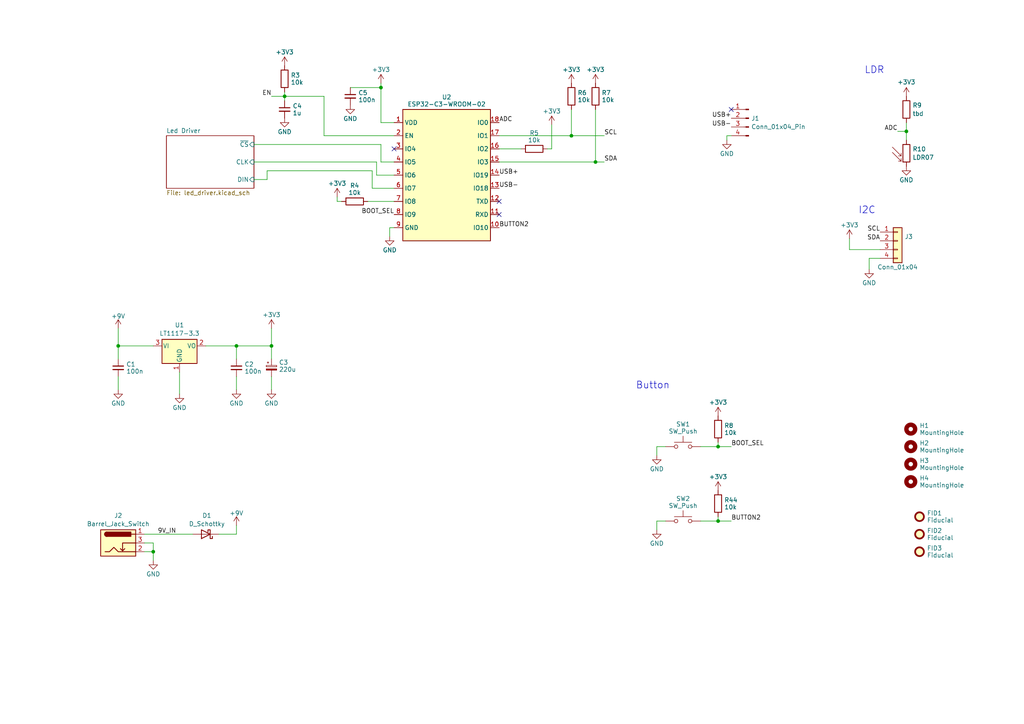
<source format=kicad_sch>
(kicad_sch (version 20231120) (generator "eeschema") (generator_version "8.0")
  (paper "A4")
  (lib_symbols
    (symbol "Connector:Barrel_Jack_Switch" (pin_names hide)
      (property "Reference" "J" (at 0 5.334 0))
      (property "Value" "Barrel_Jack_Switch" (at 0 -5.08 0))
      (symbol "Barrel_Jack_Switch_0_1"
        (rectangle (start -5.08 3.81) (end 5.08 -3.81) (stroke (width 0.254)) (fill (type background)))
        (arc (start -3.302 3.175) (mid -3.9343 2.54) (end -3.302 1.905) (stroke (width 0.254)))
        (arc (start -3.302 3.175) (mid -3.9343 2.54) (end -3.302 1.905) (stroke (width 0.254)) (fill (type outline)))
        (polyline (pts (xy 1.27 -2.286) (xy 1.905 -1.651)) (stroke (width 0.254)))
        (polyline (pts (xy 5.08 2.54) (xy 3.81 2.54)) (stroke (width 0.254)))
        (polyline (pts (xy 5.08 0) (xy 1.27 0) (xy 1.27 -2.286) (xy 0.635 -1.651)) (stroke (width 0.254)))
        (polyline (pts (xy -3.81 -2.54) (xy -2.54 -2.54) (xy -1.27 -1.27) (xy 0 -2.54) (xy 2.54 -2.54) (xy 5.08 -2.54)) (stroke (width 0.254)))
        (rectangle (start 3.683 3.175) (end -3.302 1.905) (stroke (width 0.254)) (fill (type outline)))
      )
      (symbol "Barrel_Jack_Switch_1_1"
        (pin passive line (at 7.62 2.54 180) (length 2.54) (name "~") (number "1"))
        (pin passive line (at 7.62 -2.54 180) (length 2.54) (name "~") (number "2"))
        (pin passive line (at 7.62 0 180) (length 2.54) (name "~") (number "3"))
      )
    )
    (symbol "Connector:Conn_01x04_Pin" (pin_names (offset 1.016) hide)
      (property "Reference" "J" (at 0 5.08 0))
      (property "Value" "Conn_01x04_Pin" (at 0 -7.62 0))
      (symbol "Conn_01x04_Pin_1_1"
        (polyline (pts (xy 1.27 -5.08) (xy 0.8636 -5.08)) (stroke (width 0.1524)))
        (polyline (pts (xy 1.27 -2.54) (xy 0.8636 -2.54)) (stroke (width 0.1524)))
        (polyline (pts (xy 1.27 0) (xy 0.8636 0)) (stroke (width 0.1524)))
        (polyline (pts (xy 1.27 2.54) (xy 0.8636 2.54)) (stroke (width 0.1524)))
        (rectangle (start 0.8636 -4.953) (end 0 -5.207) (stroke (width 0.1524)) (fill (type outline)))
        (rectangle (start 0.8636 -2.413) (end 0 -2.667) (stroke (width 0.1524)) (fill (type outline)))
        (rectangle (start 0.8636 0.127) (end 0 -0.127) (stroke (width 0.1524)) (fill (type outline)))
        (rectangle (start 0.8636 2.667) (end 0 2.413) (stroke (width 0.1524)) (fill (type outline)))
        (pin passive line (at 5.08 2.54 180) (length 3.81) (name "Pin_1") (number "1"))
        (pin passive line (at 5.08 0 180) (length 3.81) (name "Pin_2") (number "2"))
        (pin passive line (at 5.08 -2.54 180) (length 3.81) (name "Pin_3") (number "3"))
        (pin passive line (at 5.08 -5.08 180) (length 3.81) (name "Pin_4") (number "4"))
      )
    )
    (symbol "Connector_Generic:Conn_01x04" (pin_names (offset 1.016) hide)
      (property "Reference" "J" (at 0 5.08 0))
      (property "Value" "Conn_01x04" (at 0 -7.62 0))
      (symbol "Conn_01x04_1_1"
        (rectangle (start -1.27 -4.953) (end 0 -5.207) (stroke (width 0.1524)))
        (rectangle (start -1.27 -2.413) (end 0 -2.667) (stroke (width 0.1524)))
        (rectangle (start -1.27 0.127) (end 0 -0.127) (stroke (width 0.1524)))
        (rectangle (start -1.27 2.667) (end 0 2.413) (stroke (width 0.1524)))
        (rectangle (start -1.27 3.81) (end 1.27 -6.35) (stroke (width 0.254)) (fill (type background)))
        (pin passive line (at -5.08 2.54 0) (length 3.81) (name "Pin_1") (number "1"))
        (pin passive line (at -5.08 0 0) (length 3.81) (name "Pin_2") (number "2"))
        (pin passive line (at -5.08 -2.54 0) (length 3.81) (name "Pin_3") (number "3"))
        (pin passive line (at -5.08 -5.08 0) (length 3.81) (name "Pin_4") (number "4"))
      )
    )
    (symbol "Device:C_Polarized_Small" (pin_numbers hide) (pin_names (offset 0.254) hide)
      (property "Reference" "C" (at 0.254 1.778 0))
      (property "Value" "C_Polarized_Small" (at 0.254 -2.032 0))
      (symbol "C_Polarized_Small_0_1"
        (rectangle (start -1.524 -0.3048) (end 1.524 -0.6858) (fill (type outline)))
        (rectangle (start -1.524 0.6858) (end 1.524 0.3048))
        (polyline (pts (xy -1.27 1.524) (xy -0.762 1.524)))
        (polyline (pts (xy -1.016 1.27) (xy -1.016 1.778)))
      )
      (symbol "C_Polarized_Small_1_1"
        (pin passive line (at 0 2.54 270) (length 1.8542) (name "~") (number "1"))
        (pin passive line (at 0 -2.54 90) (length 1.8542) (name "~") (number "2"))
      )
    )
    (symbol "Device:C_Small" (pin_numbers hide) (pin_names (offset 0.254) hide)
      (property "Reference" "C" (at 0.254 1.778 0))
      (property "Value" "C_Small" (at 0.254 -2.032 0))
      (symbol "C_Small_0_1"
        (polyline (pts (xy -1.524 -0.508) (xy 1.524 -0.508)) (stroke (width 0.3302)))
        (polyline (pts (xy -1.524 0.508) (xy 1.524 0.508)) (stroke (width 0.3048)))
      )
      (symbol "C_Small_1_1"
        (pin passive line (at 0 2.54 270) (length 2.032) (name "~") (number "1"))
        (pin passive line (at 0 -2.54 90) (length 2.032) (name "~") (number "2"))
      )
    )
    (symbol "Device:D_Schottky" (pin_numbers hide) (pin_names (offset 1.016) hide)
      (property "Reference" "D" (at 0 2.54 0))
      (property "Value" "D_Schottky" (at 0 -2.54 0))
      (symbol "D_Schottky_0_1"
        (polyline (pts (xy 1.27 0) (xy -1.27 0)))
        (polyline (pts (xy 1.27 1.27) (xy 1.27 -1.27) (xy -1.27 0) (xy 1.27 1.27)) (stroke (width 0.254)))
        (polyline (pts (xy -1.905 0.635) (xy -1.905 1.27) (xy -1.27 1.27) (xy -1.27 -1.27) (xy -0.635 -1.27) (xy -0.635 -0.635)) (stroke (width 0.254)))
      )
      (symbol "D_Schottky_1_1"
        (pin passive line (at -3.81 0 0) (length 2.54) (name "K") (number "1"))
        (pin passive line (at 3.81 0 180) (length 2.54) (name "A") (number "2"))
      )
    )
    (symbol "Device:R" (pin_numbers hide) (pin_names (offset 0))
      (property "Reference" "R" (at 2.032 0 90))
      (property "Value" "R" (at 0 0 90))
      (symbol "R_0_1"
        (rectangle (start -1.016 -2.54) (end 1.016 2.54) (stroke (width 0.254)))
      )
      (symbol "R_1_1"
        (pin passive line (at 0 3.81 270) (length 1.27) (name "~") (number "1"))
        (pin passive line (at 0 -3.81 90) (length 1.27) (name "~") (number "2"))
      )
    )
    (symbol "Mechanical:Fiducial"
      (property "Reference" "FID" (at 0 5.08 0))
      (property "Value" "Fiducial" (at 0 3.175 0))
      (symbol "Fiducial_0_1"
        (circle (center 0 0) (radius 1.27) (stroke (width 0.508)) (fill (type background)))
      )
    )
    (symbol "Mechanical:MountingHole" (pin_names (offset 1.016))
      (property "Reference" "H" (at 0 5.08 0))
      (property "Value" "MountingHole" (at 0 3.175 0))
      (symbol "MountingHole_0_1"
        (circle (center 0 0) (radius 1.27) (stroke (width 1.27)))
      )
    )
    (symbol "Regulator_Linear:LT1117-3.3" (pin_names (offset 0.254))
      (property "Reference" "U" (at -3.81 3.175 0))
      (property "Value" "LT1117-3.3" (at 0 3.175 0))
      (symbol "LT1117-3.3_0_1"
        (rectangle (start -5.08 -5.08) (end 5.08 1.905) (stroke (width 0.254)) (fill (type background)))
      )
      (symbol "LT1117-3.3_1_1"
        (pin power_in line (at 0 -7.62 90) (length 2.54) (name "GND") (number "1"))
        (pin power_out line (at 7.62 0 180) (length 2.54) (name "VO") (number "2"))
        (pin power_in line (at -7.62 0 0) (length 2.54) (name "VI") (number "3"))
      )
    )
    (symbol "Sensor_Optical:LDR07" (pin_numbers hide) (pin_names (offset 0))
      (property "Reference" "R" (at -5.08 0 90))
      (property "Value" "LDR07" (at 1.905 0 90))
      (symbol "LDR07_0_1"
        (rectangle (start -1.016 2.54) (end 1.016 -2.54) (stroke (width 0.254)))
        (polyline (pts (xy -1.524 -2.286) (xy -4.064 0.254)))
        (polyline (pts (xy -1.524 -2.286) (xy -2.286 -2.286)))
        (polyline (pts (xy -1.524 -2.286) (xy -1.524 -1.524)))
        (polyline (pts (xy -1.524 -0.762) (xy -4.064 1.778)))
        (polyline (pts (xy -1.524 -0.762) (xy -2.286 -0.762)))
        (polyline (pts (xy -1.524 -0.762) (xy -1.524 0)))
      )
      (symbol "LDR07_1_1"
        (pin passive line (at 0 3.81 270) (length 1.27) (name "~") (number "1"))
        (pin passive line (at 0 -3.81 90) (length 1.27) (name "~") (number "2"))
      )
    )
    (symbol "Switch:SW_Push" (pin_numbers hide) (pin_names (offset 1.016) hide)
      (property "Reference" "SW" (at 1.27 2.54 0))
      (property "Value" "SW_Push" (at 0 -1.524 0))
      (symbol "SW_Push_0_1"
        (circle (center -2.032 0) (radius 0.508))
        (polyline (pts (xy 0 1.27) (xy 0 3.048)))
        (polyline (pts (xy 2.54 1.27) (xy -2.54 1.27)))
        (circle (center 2.032 0) (radius 0.508))
        (pin passive line (at -5.08 0 0) (length 2.54) (name "1") (number "1"))
        (pin passive line (at 5.08 0 180) (length 2.54) (name "2") (number "2"))
      )
    )
    (symbol "mcu_esp:ESP32-C3-WROOM-02"
      (property "Reference" "U" (at -12.7 20.32 0))
      (property "Value" "ESP32-C3-WROOM-02" (at 1.27 20.32 0))
      (symbol "ESP32-C3-WROOM-02_0_0"
        (pin power_in line (at -15.24 -15.24 0) (length 2.54) hide (name "GND") (number "19"))
      )
      (symbol "ESP32-C3-WROOM-02_0_1"
        (rectangle (start -12.7 19.05) (end 12.7 -19.05) (stroke (width 0.254)) (fill (type background)))
      )
      (symbol "ESP32-C3-WROOM-02_1_1"
        (pin power_in line (at -15.24 15.24 0) (length 2.54) (name "VDD") (number "1"))
        (pin bidirectional line (at 15.24 -15.24 180) (length 2.54) (name "IO10") (number "10"))
        (pin bidirectional line (at 15.24 -11.43 180) (length 2.54) (name "RXD") (number "11"))
        (pin bidirectional line (at 15.24 -7.62 180) (length 2.54) (name "TXD") (number "12"))
        (pin bidirectional line (at 15.24 -3.81 180) (length 2.54) (name "IO18") (number "13"))
        (pin bidirectional line (at 15.24 0 180) (length 2.54) (name "IO19") (number "14"))
        (pin bidirectional line (at 15.24 3.81 180) (length 2.54) (name "IO3") (number "15"))
        (pin bidirectional line (at 15.24 7.62 180) (length 2.54) (name "IO2") (number "16"))
        (pin bidirectional line (at 15.24 11.43 180) (length 2.54) (name "IO1") (number "17"))
        (pin bidirectional line (at 15.24 15.24 180) (length 2.54) (name "IO0") (number "18"))
        (pin input line (at -15.24 11.43 0) (length 2.54) (name "EN") (number "2"))
        (pin bidirectional line (at -15.24 7.62 0) (length 2.54) (name "IO4") (number "3"))
        (pin bidirectional line (at -15.24 3.81 0) (length 2.54) (name "IO5") (number "4"))
        (pin bidirectional line (at -15.24 0 0) (length 2.54) (name "IO6") (number "5"))
        (pin bidirectional line (at -15.24 -3.81 0) (length 2.54) (name "IO7") (number "6"))
        (pin bidirectional line (at -15.24 -7.62 0) (length 2.54) (name "IO8") (number "7"))
        (pin bidirectional line (at -15.24 -11.43 0) (length 2.54) (name "IO9") (number "8"))
        (pin power_in line (at -15.24 -15.24 0) (length 2.54) (name "GND") (number "9"))
      )
    )
    (symbol "power:+3V3" (power) (pin_names (offset 0))
      (property "Value" "+3V3" (at 0 3.556 0))
      (symbol "+3V3_0_1"
        (polyline (pts (xy -0.762 1.27) (xy 0 2.54)))
        (polyline (pts (xy 0 0) (xy 0 2.54)))
        (polyline (pts (xy 0 2.54) (xy 0.762 1.27)))
      )
      (symbol "+3V3_1_1"
        (pin power_in line (at 0 0 90) (length 0) hide (name "+3V3") (number "1"))
      )
    )
    (symbol "power:+9V" (power) (pin_names (offset 0))
      (property "Value" "+9V" (at 0 3.556 0))
      (symbol "+9V_0_1"
        (polyline (pts (xy -0.762 1.27) (xy 0 2.54)))
        (polyline (pts (xy 0 0) (xy 0 2.54)))
        (polyline (pts (xy 0 2.54) (xy 0.762 1.27)))
      )
      (symbol "+9V_1_1"
        (pin power_in line (at 0 0 90) (length 0) hide (name "+9V") (number "1"))
      )
    )
    (symbol "power:GND" (power) (pin_names (offset 0))
      (property "Value" "GND" (at 0 -3.81 0))
      (symbol "GND_0_1"
        (polyline (pts (xy 0 0) (xy 0 -1.27) (xy 1.27 -1.27) (xy 0 -2.54) (xy -1.27 -1.27) (xy 0 -1.27)))
      )
      (symbol "GND_1_1"
        (pin power_in line (at 0 0 270) (length 0) hide (name "GND") (number "1"))
      )
    )
  )
  (junction (at 78.74 100.33))
  (junction (at 34.29 100.33))
  (junction (at 68.58 100.33))
  (junction (at 82.55 27.94))
  (junction (at 110.49 25.4))
  (junction (at 208.28 129.54))
  (junction (at 44.45 160.02))
  (junction (at 208.28 151.13))
  (junction (at 262.89 38.1))
  (junction (at 172.72 46.99))
  (junction (at 165.735 39.37))
  (no_connect (at 144.78 58.42))
  (no_connect (at 144.78 62.23))
  (no_connect (at 114.3 43.18))
  (no_connect (at 212.09 31.75))
  (wire (pts (xy 73.66 41.91) (xy 110.49 41.91)))
  (wire (pts (xy 255.27 74.93) (xy 252.095 74.93)))
  (wire (pts (xy 93.98 39.37) (xy 114.3 39.37)))
  (wire (pts (xy 110.49 25.4) (xy 110.49 35.56)))
  (wire (pts (xy 68.58 100.33) (xy 59.69 100.33)))
  (wire (pts (xy 208.28 151.13) (xy 208.28 149.86)))
  (wire (pts (xy 34.29 100.33) (xy 34.29 104.14)))
  (wire (pts (xy 208.28 129.54) (xy 208.28 128.27)))
  (wire (pts (xy 97.79 57.15) (xy 97.79 58.42)))
  (wire (pts (xy 165.735 31.75) (xy 165.735 39.37)))
  (wire (pts (xy 190.5 153.67) (xy 190.5 151.13)))
  (wire (pts (xy 82.55 27.94) (xy 82.55 26.67)))
  (wire (pts (xy 113.03 68.58) (xy 113.03 66.04)))
  (wire (pts (xy 41.91 160.02) (xy 44.45 160.02)))
  (wire (pts (xy 107.95 49.53) (xy 107.95 54.61)))
  (wire (pts (xy 99.06 58.42) (xy 97.79 58.42)))
  (wire (pts (xy 252.095 74.93) (xy 252.095 78.105)))
  (wire (pts (xy 144.78 39.37) (xy 165.735 39.37)))
  (wire (pts (xy 172.72 46.99) (xy 175.26 46.99)))
  (wire (pts (xy 203.2 129.54) (xy 208.28 129.54)))
  (wire (pts (xy 68.58 154.94) (xy 68.58 152.4)))
  (wire (pts (xy 77.47 49.53) (xy 107.95 49.53)))
  (wire (pts (xy 44.45 160.02) (xy 44.45 157.48)))
  (wire (pts (xy 255.27 72.39) (xy 246.38 72.39)))
  (wire (pts (xy 110.49 24.13) (xy 110.49 25.4)))
  (wire (pts (xy 107.95 54.61) (xy 114.3 54.61)))
  (wire (pts (xy 34.29 100.33) (xy 44.45 100.33)))
  (wire (pts (xy 78.74 109.22) (xy 78.74 113.03)))
  (wire (pts (xy 190.5 129.54) (xy 193.04 129.54)))
  (wire (pts (xy 44.45 157.48) (xy 41.91 157.48)))
  (wire (pts (xy 68.58 100.33) (xy 78.74 100.33)))
  (wire (pts (xy 73.66 52.07) (xy 77.47 52.07)))
  (wire (pts (xy 190.5 132.08) (xy 190.5 129.54)))
  (wire (pts (xy 78.74 27.94) (xy 82.55 27.94)))
  (wire (pts (xy 260.35 38.1) (xy 262.89 38.1)))
  (wire (pts (xy 210.82 39.37) (xy 212.09 39.37)))
  (wire (pts (xy 93.98 27.94) (xy 93.98 39.37)))
  (wire (pts (xy 106.68 58.42) (xy 114.3 58.42)))
  (wire (pts (xy 144.78 46.99) (xy 172.72 46.99)))
  (wire (pts (xy 114.3 35.56) (xy 110.49 35.56)))
  (wire (pts (xy 34.29 95.25) (xy 34.29 100.33)))
  (wire (pts (xy 210.82 40.64) (xy 210.82 39.37)))
  (wire (pts (xy 262.89 38.1) (xy 262.89 40.64)))
  (wire (pts (xy 172.72 31.75) (xy 172.72 46.99)))
  (wire (pts (xy 190.5 151.13) (xy 193.04 151.13)))
  (wire (pts (xy 63.5 154.94) (xy 68.58 154.94)))
  (wire (pts (xy 68.58 100.33) (xy 68.58 104.14)))
  (wire (pts (xy 52.07 107.95) (xy 52.07 114.3)))
  (wire (pts (xy 41.91 154.94) (xy 55.88 154.94)))
  (wire (pts (xy 158.75 43.18) (xy 160.02 43.18)))
  (wire (pts (xy 82.55 27.94) (xy 82.55 29.21)))
  (wire (pts (xy 44.45 162.56) (xy 44.45 160.02)))
  (wire (pts (xy 208.28 151.13) (xy 212.09 151.13)))
  (wire (pts (xy 77.47 52.07) (xy 77.47 49.53)))
  (wire (pts (xy 110.49 41.91) (xy 110.49 46.99)))
  (wire (pts (xy 160.02 36.195) (xy 160.02 43.18)))
  (wire (pts (xy 68.58 109.22) (xy 68.58 113.03)))
  (wire (pts (xy 109.22 46.99) (xy 109.22 50.8)))
  (wire (pts (xy 73.66 46.99) (xy 109.22 46.99)))
  (wire (pts (xy 101.6 25.4) (xy 110.49 25.4)))
  (wire (pts (xy 175.26 39.37) (xy 165.735 39.37)))
  (wire (pts (xy 34.29 109.22) (xy 34.29 113.03)))
  (wire (pts (xy 110.49 46.99) (xy 114.3 46.99)))
  (wire (pts (xy 109.22 50.8) (xy 114.3 50.8)))
  (wire (pts (xy 203.2 151.13) (xy 208.28 151.13)))
  (wire (pts (xy 246.38 69.215) (xy 246.38 72.39)))
  (wire (pts (xy 78.74 95.25) (xy 78.74 100.33)))
  (wire (pts (xy 208.28 129.54) (xy 212.09 129.54)))
  (wire (pts (xy 113.03 66.04) (xy 114.3 66.04)))
  (wire (pts (xy 262.89 35.56) (xy 262.89 38.1)))
  (wire (pts (xy 151.13 43.18) (xy 144.78 43.18)))
  (wire (pts (xy 93.98 27.94) (xy 82.55 27.94)))
  (wire (pts (xy 78.74 100.33) (xy 78.74 104.14)))
  (text "Button" (at 194.31 113.03 0) (effects (font (size 2 2)) (justify right bottom)))
  (text "I2C" (at 254 62.23 0) (effects (font (size 2 2)) (justify right bottom)))
  (text "LDR" (at 256.54 21.59 0) (effects (font (size 2 2)) (justify right bottom)))
  (label "9V_IN" (at 45.72 154.94 0))
  (label "SCL" (at 255.27 67.31 180))
  (label "SDA" (at 175.26 46.99 0))
  (label "EN" (at 78.74 27.94 180))
  (label "ADC" (at 144.78 35.56 0))
  (label "USB+" (at 144.78 50.8 0))
  (label "SCL" (at 175.26 39.37 0))
  (label "SDA" (at 255.27 69.85 180))
  (label "BUTTON2" (at 212.09 151.13 0))
  (label "USB-" (at 212.09 36.83 180))
  (label "BOOT_SEL" (at 114.3 62.23 180))
  (label "USB+" (at 212.09 34.29 180))
  (label "USB-" (at 144.78 54.61 0))
  (label "BUTTON2" (at 144.78 66.04 0))
  (label "BOOT_SEL" (at 212.09 129.54 0))
  (label "ADC" (at 260.35 38.1 180))
  (symbol (lib_id "Connector_Generic:Conn_01x04") (at 260.35 69.85 0) (unit 1)
    (property "Reference" "J3" (at 262.382 68.6379 0) (effects (justify left)))
    (property "Value" "Conn_01x04" (at 260.35 77.47 0))
    (property "Footprint" "Connector_PinHeader_2.54mm:PinHeader_1x04_P2.54mm_Vertical" (effects (hide yes)))
  )
  (symbol (lib_id "power:GND") (at 68.58 113.03 0) (unit 1)
    (property "Reference" "#PWR06" (effects (hide yes)))
    (property "Value" "GND" (at 68.58 116.975 0))
  )
  (symbol (lib_id "Device:C_Small") (at 68.58 106.68 0) (unit 1)
    (property "Reference" "C2" (at 70.9041 105.6623 0) (effects (justify left)))
    (property "Value" "100n" (at 70.9041 107.7103 0) (effects (justify left)))
    (property "Footprint" "Capacitor_SMD:C_0805_2012Metric" (effects (hide yes)))
  )
  (symbol (lib_id "power:+3V3") (at 262.89 27.94 0) (unit 1)
    (property "Reference" "#PWR022" (effects (hide yes)))
    (property "Value" "+3V3" (at 262.89 23.8069 0))
  )
  (symbol (lib_id "Device:R") (at 102.87 58.42 90) (unit 1)
    (property "Reference" "R4" (at 102.87 53.824 90))
    (property "Value" "10k" (at 102.87 55.872 90))
    (property "Footprint" "Resistor_SMD:R_0805_2012Metric" (effects (hide yes)))
  )
  (symbol (lib_id "Device:R") (at 165.735 27.94 0) (mirror y) (unit 1)
    (property "Reference" "R6" (at 167.513 26.916 0) (effects (justify right)))
    (property "Value" "10k" (at 167.513 28.964 0) (effects (justify right)))
    (property "Footprint" "Resistor_SMD:R_0805_2012Metric" (effects (hide yes)))
  )
  (symbol (lib_id "Device:D_Schottky") (at 59.69 154.94 180) (unit 1)
    (property "Reference" "D1" (at 60.0075 149.5257 0))
    (property "Value" "D_Schottky" (at 60.0075 151.9499 0))
    (property "Footprint" "Diode_SMD:D_SMA" (effects (hide yes)))
  )
  (symbol (lib_id "Sensor_Optical:LDR07") (at 262.89 44.45 0) (unit 1)
    (property "Reference" "R10" (at 264.668 43.2379 0) (effects (justify left)))
    (property "Value" "LDR07" (at 264.668 45.6621 0) (effects (justify left)))
    (property "Footprint" "OptoDevice:R_LDR_5.1x4.3mm_P3.4mm_Vertical" (effects (hide yes)))
    (property "Datasheet" "http://www.tme.eu/de/Document/f2e3ad76a925811312d226c31da4cd7e/LDR07.pdf" (effects (hide yes)))
  )
  (symbol (lib_id "power:GND") (at 190.5 132.08 0) (unit 1)
    (property "Reference" "#PWR019" (effects (hide yes)))
    (property "Value" "GND" (at 190.5 136.025 0))
  )
  (symbol (lib_id "Mechanical:MountingHole") (at 264.16 134.62 0) (unit 1)
    (property "Reference" "H3" (at 266.7 133.596 0) (effects (justify left)))
    (property "Value" "MountingHole" (at 266.7 135.644 0) (effects (justify left)))
    (property "Footprint" "MountingHole:MountingHole_3.2mm_M3_DIN965" (effects (hide yes)))
  )
  (symbol (lib_id "Device:R") (at 262.89 31.75 0) (unit 1)
    (property "Reference" "R9" (at 264.668 30.5379 0) (effects (justify left)))
    (property "Value" "tbd" (at 264.668 32.9621 0) (effects (justify left)))
    (property "Footprint" "Resistor_SMD:R_0805_2012Metric" (effects (hide yes)))
  )
  (symbol (lib_id "Device:R") (at 82.55 22.86 180) (unit 1)
    (property "Reference" "R3" (at 84.328 21.836 0) (effects (justify right)))
    (property "Value" "10k" (at 84.328 23.884 0) (effects (justify right)))
    (property "Footprint" "Resistor_SMD:R_0805_2012Metric" (effects (hide yes)))
  )
  (symbol (lib_id "power:+9V") (at 34.29 95.25 0) (unit 1)
    (property "Reference" "#PWR02" (effects (hide yes)))
    (property "Value" "+9V" (at 34.29 91.694 0))
  )
  (symbol (lib_id "power:+3V3") (at 172.72 24.13 0) (unit 1)
    (property "Reference" "#PWR018" (effects (hide yes)))
    (property "Value" "+3V3" (at 172.72 20.185 0))
  )
  (symbol (lib_id "power:GND") (at 190.5 153.67 0) (unit 1)
    (property "Reference" "#PWR048" (effects (hide yes)))
    (property "Value" "GND" (at 190.5 157.615 0))
  )
  (symbol (lib_id "power:GND") (at 113.03 68.58 0) (unit 1)
    (property "Reference" "#PWR015" (effects (hide yes)))
    (property "Value" "GND" (at 113.03 72.525 0))
  )
  (symbol (lib_id "mcu_esp:ESP32-C3-WROOM-02") (at 129.54 50.8 0) (unit 1)
    (property "Reference" "U2" (at 129.54 28.17 0))
    (property "Value" "ESP32-C3-WROOM-02" (at 129.54 30.218 0))
    (property "Footprint" "RF_Module:ESP-WROOM-02" (effects (hide yes)))
    (property "Datasheet" "https://www.espressif.com/sites/default/files/documentation/esp32-c3-wroom-02_datasheet_en.pdf" (effects (hide yes)))
  )
  (symbol (lib_id "Device:R") (at 208.28 124.46 0) (mirror y) (unit 1)
    (property "Reference" "R8" (at 210.058 123.436 0) (effects (justify right)))
    (property "Value" "10k" (at 210.058 125.484 0) (effects (justify right)))
    (property "Footprint" "Resistor_SMD:R_0805_2012Metric" (effects (hide yes)))
  )
  (symbol (lib_id "Device:R") (at 208.28 146.05 0) (mirror y) (unit 1)
    (property "Reference" "R44" (at 210.058 145.026 0) (effects (justify right)))
    (property "Value" "10k" (at 210.058 147.074 0) (effects (justify right)))
    (property "Footprint" "Resistor_SMD:R_0805_2012Metric" (effects (hide yes)))
  )
  (symbol (lib_id "power:GND") (at 101.6 30.48 0) (unit 1)
    (property "Reference" "#PWR013" (effects (hide yes)))
    (property "Value" "GND" (at 101.6 34.425 0))
  )
  (symbol (lib_id "power:+9V") (at 68.58 152.4 0) (unit 1)
    (property "Reference" "#PWR07" (effects (hide yes)))
    (property "Value" "+9V" (at 68.58 148.844 0))
  )
  (symbol (lib_id "Mechanical:MountingHole") (at 264.16 139.7 0) (unit 1)
    (property "Reference" "H4" (at 266.7 138.676 0) (effects (justify left)))
    (property "Value" "MountingHole" (at 266.7 140.724 0) (effects (justify left)))
    (property "Footprint" "MountingHole:MountingHole_3.2mm_M3_DIN965" (effects (hide yes)))
  )
  (symbol (lib_id "Connector:Barrel_Jack_Switch") (at 34.29 157.48 0) (unit 1)
    (property "Reference" "J2" (at 34.29 149.5257 0))
    (property "Value" "Barrel_Jack_Switch" (at 34.29 151.9499 0))
    (property "Footprint" "Connector_BarrelJack:BarrelJack_Horizontal" (effects (hide yes)))
  )
  (symbol (lib_id "power:+3V3") (at 110.49 24.13 0) (unit 1)
    (property "Reference" "#PWR014" (effects (hide yes)))
    (property "Value" "+3V3" (at 110.49 20.185 0))
  )
  (symbol (lib_id "Connector:Conn_01x04_Pin") (at 217.17 34.29 0) (mirror y) (unit 1)
    (property "Reference" "J1" (at 217.8812 34.3478 0) (effects (justify right)))
    (property "Value" "Conn_01x04_Pin" (at 217.8812 36.7721 0) (effects (justify right)))
    (property "Footprint" "Connector_PinHeader_2.54mm:PinHeader_1x04_P2.54mm_Vertical" (effects (hide yes)))
    (property "Description" "Generic connector, single row, 01x04, script generated" (effects (hide yes)))
  )
  (symbol (lib_id "Regulator_Linear:LT1117-3.3") (at 52.07 100.33 0) (unit 1)
    (property "Reference" "U1" (at 52.07 94.2807 0))
    (property "Value" "LT1117-3.3" (at 52.07 96.7049 0))
    (property "Footprint" "Package_TO_SOT_SMD:SOT-223-3_TabPin2" (effects (hide yes)))
    (property "Datasheet" "https://www.analog.com/media/en/technical-documentation/data-sheets/1117fd.pdf" (effects (hide yes)))
  )
  (symbol (lib_id "Mechanical:MountingHole") (at 264.16 124.46 0) (unit 1)
    (property "Reference" "H1" (at 266.7 123.436 0) (effects (justify left)))
    (property "Value" "MountingHole" (at 266.7 125.484 0) (effects (justify left)))
    (property "Footprint" "MountingHole:MountingHole_3.2mm_M3_DIN965" (effects (hide yes)))
  )
  (symbol (lib_id "Mechanical:MountingHole") (at 264.16 129.54 0) (unit 1)
    (property "Reference" "H2" (at 266.7 128.516 0) (effects (justify left)))
    (property "Value" "MountingHole" (at 266.7 130.564 0) (effects (justify left)))
    (property "Footprint" "MountingHole:MountingHole_3.2mm_M3_DIN965" (effects (hide yes)))
  )
  (symbol (lib_id "power:+3V3") (at 208.28 120.65 0) (unit 1)
    (property "Reference" "#PWR020" (effects (hide yes)))
    (property "Value" "+3V3" (at 208.28 116.705 0))
  )
  (symbol (lib_id "Device:C_Polarized_Small") (at 78.74 106.68 0) (unit 1)
    (property "Reference" "C3" (at 80.899 105.1099 0) (effects (justify left)))
    (property "Value" "220u" (at 80.899 107.1579 0) (effects (justify left)))
    (property "Footprint" "Capacitor_SMD:CP_Elec_8x6.2" (effects (hide yes)))
  )
  (symbol (lib_id "power:+3V3") (at 78.74 95.25 0) (unit 1)
    (property "Reference" "#PWR08" (effects (hide yes)))
    (property "Value" "+3V3" (at 78.74 91.305 0))
  )
  (symbol (lib_id "power:+3V3") (at 246.38 69.215 0) (unit 1)
    (property "Reference" "#PWR047" (effects (hide yes)))
    (property "Value" "+3V3" (at 246.38 65.27 0))
  )
  (symbol (lib_id "power:GND") (at 44.45 162.56 0) (unit 1)
    (property "Reference" "#PWR05" (effects (hide yes)))
    (property "Value" "GND" (at 44.45 166.505 0))
  )
  (symbol (lib_id "Device:C_Small") (at 101.6 27.94 0) (unit 1)
    (property "Reference" "C5" (at 103.9241 26.9223 0) (effects (justify left)))
    (property "Value" "100n" (at 103.9241 28.9703 0) (effects (justify left)))
    (property "Footprint" "Capacitor_SMD:C_0805_2012Metric" (effects (hide yes)))
  )
  (symbol (lib_id "Switch:SW_Push") (at 198.12 151.13 0) (unit 1)
    (property "Reference" "SW2" (at 198.12 144.629 0))
    (property "Value" "SW_Push" (at 198.12 146.677 0))
    (property "Footprint" "Button_Switch_THT:SW_PUSH_6mm" (effects (hide yes)))
  )
  (symbol (lib_id "power:GND") (at 252.095 78.105 0) (unit 1)
    (property "Reference" "#PWR021" (effects (hide yes)))
    (property "Value" "GND" (at 252.095 82.05 0))
  )
  (symbol (lib_id "power:GND") (at 262.89 48.26 0) (unit 1)
    (property "Reference" "#PWR023" (effects (hide yes)))
    (property "Value" "GND" (at 262.89 52.205 0))
  )
  (symbol (lib_id "power:GND") (at 34.29 113.03 0) (unit 1)
    (property "Reference" "#PWR03" (effects (hide yes)))
    (property "Value" "GND" (at 34.29 116.975 0))
  )
  (symbol (lib_id "Device:R") (at 154.94 43.18 270) (mirror x) (unit 1)
    (property "Reference" "R5" (at 154.94 38.584 90))
    (property "Value" "10k" (at 154.94 40.632 90))
    (property "Footprint" "Resistor_SMD:R_0805_2012Metric" (effects (hide yes)))
  )
  (symbol (lib_id "power:GND") (at 78.74 113.03 0) (unit 1)
    (property "Reference" "#PWR09" (effects (hide yes)))
    (property "Value" "GND" (at 78.74 116.975 0))
  )
  (symbol (lib_id "power:GND") (at 210.82 40.64 0) (unit 1)
    (property "Reference" "#PWR01" (effects (hide yes)))
    (property "Value" "GND" (at 210.82 44.585 0))
  )
  (symbol (lib_id "Mechanical:Fiducial") (at 266.7 149.86 0) (unit 1)
    (property "Reference" "FID1" (at 268.859 148.836 0) (effects (justify left)))
    (property "Value" "Fiducial" (at 268.859 150.884 0) (effects (justify left)))
    (property "Footprint" "Fiducial:Fiducial_1.5mm_Mask3mm" (effects (hide yes)))
  )
  (symbol (lib_id "Mechanical:Fiducial") (at 266.7 154.94 0) (unit 1)
    (property "Reference" "FID2" (at 268.859 153.916 0) (effects (justify left)))
    (property "Value" "Fiducial" (at 268.859 155.964 0) (effects (justify left)))
    (property "Footprint" "Fiducial:Fiducial_1.5mm_Mask3mm" (effects (hide yes)))
  )
  (symbol (lib_id "power:+3V3") (at 82.55 19.05 0) (unit 1)
    (property "Reference" "#PWR010" (effects (hide yes)))
    (property "Value" "+3V3" (at 82.55 15.105 0))
  )
  (symbol (lib_id "power:+3V3") (at 165.735 24.13 0) (unit 1)
    (property "Reference" "#PWR017" (effects (hide yes)))
    (property "Value" "+3V3" (at 165.735 20.185 0))
  )
  (symbol (lib_id "power:+3V3") (at 208.28 142.24 0) (unit 1)
    (property "Reference" "#PWR049" (effects (hide yes)))
    (property "Value" "+3V3" (at 208.28 138.295 0))
  )
  (symbol (lib_id "power:+3V3") (at 160.02 36.195 0) (mirror y) (unit 1)
    (property "Reference" "#PWR016" (effects (hide yes)))
    (property "Value" "+3V3" (at 160.02 32.25 0))
  )
  (symbol (lib_id "Mechanical:Fiducial") (at 266.7 160.02 0) (unit 1)
    (property "Reference" "FID3" (at 268.859 158.996 0) (effects (justify left)))
    (property "Value" "Fiducial" (at 268.859 161.044 0) (effects (justify left)))
    (property "Footprint" "Fiducial:Fiducial_1.5mm_Mask3mm" (effects (hide yes)))
  )
  (symbol (lib_id "power:GND") (at 52.07 114.3 0) (unit 1)
    (property "Reference" "#PWR04" (effects (hide yes)))
    (property "Value" "GND" (at 52.07 118.245 0))
  )
  (symbol (lib_id "Device:C_Small") (at 34.29 106.68 0) (unit 1)
    (property "Reference" "C1" (at 36.6141 105.6623 0) (effects (justify left)))
    (property "Value" "100n" (at 36.6141 107.7103 0) (effects (justify left)))
    (property "Footprint" "Capacitor_SMD:C_0805_2012Metric" (effects (hide yes)))
  )
  (symbol (lib_id "Device:C_Small") (at 82.55 31.75 0) (unit 1)
    (property "Reference" "C4" (at 84.8741 30.7323 0) (effects (justify left)))
    (property "Value" "1u" (at 84.8741 32.7803 0) (effects (justify left)))
    (property "Footprint" "Capacitor_SMD:C_0805_2012Metric" (effects (hide yes)))
  )
  (symbol (lib_id "Switch:SW_Push") (at 198.12 129.54 0) (unit 1)
    (property "Reference" "SW1" (at 198.12 123.039 0))
    (property "Value" "SW_Push" (at 198.12 125.087 0))
    (property "Footprint" "Button_Switch_THT:SW_PUSH_6mm" (effects (hide yes)))
  )
  (symbol (lib_id "power:GND") (at 82.55 34.29 0) (unit 1)
    (property "Reference" "#PWR011" (effects (hide yes)))
    (property "Value" "GND" (at 82.55 38.235 0))
  )
  (symbol (lib_id "Device:R") (at 172.72 27.94 0) (mirror y) (unit 1)
    (property "Reference" "R7" (at 174.498 26.916 0) (effects (justify right)))
    (property "Value" "10k" (at 174.498 28.964 0) (effects (justify right)))
    (property "Footprint" "Resistor_SMD:R_0805_2012Metric" (effects (hide yes)))
  )
  (symbol (lib_id "power:+3V3") (at 97.79 57.15 0) (unit 1)
    (property "Reference" "#PWR012" (effects (hide yes)))
    (property "Value" "+3V3" (at 97.79 53.205 0))
  )
  (sheet (at 48.26 39.37) (size 25.4 15.24) (stroke (width 0.1524))
    (property "Sheetname" "Led Driver" (at 48.26 38.6584 0) (effects (justify left bottom)))
    (property "Sheetfile" "led_driver.kicad_sch" (at 48.26 55.1946 0) (effects (justify left top)))
    (pin "~{CS}" input (at 73.66 41.91 0))
    (pin "CLK" input (at 73.66 46.99 0))
    (pin "DIN" input (at 73.66 52.07 0))
  )
)
</source>
